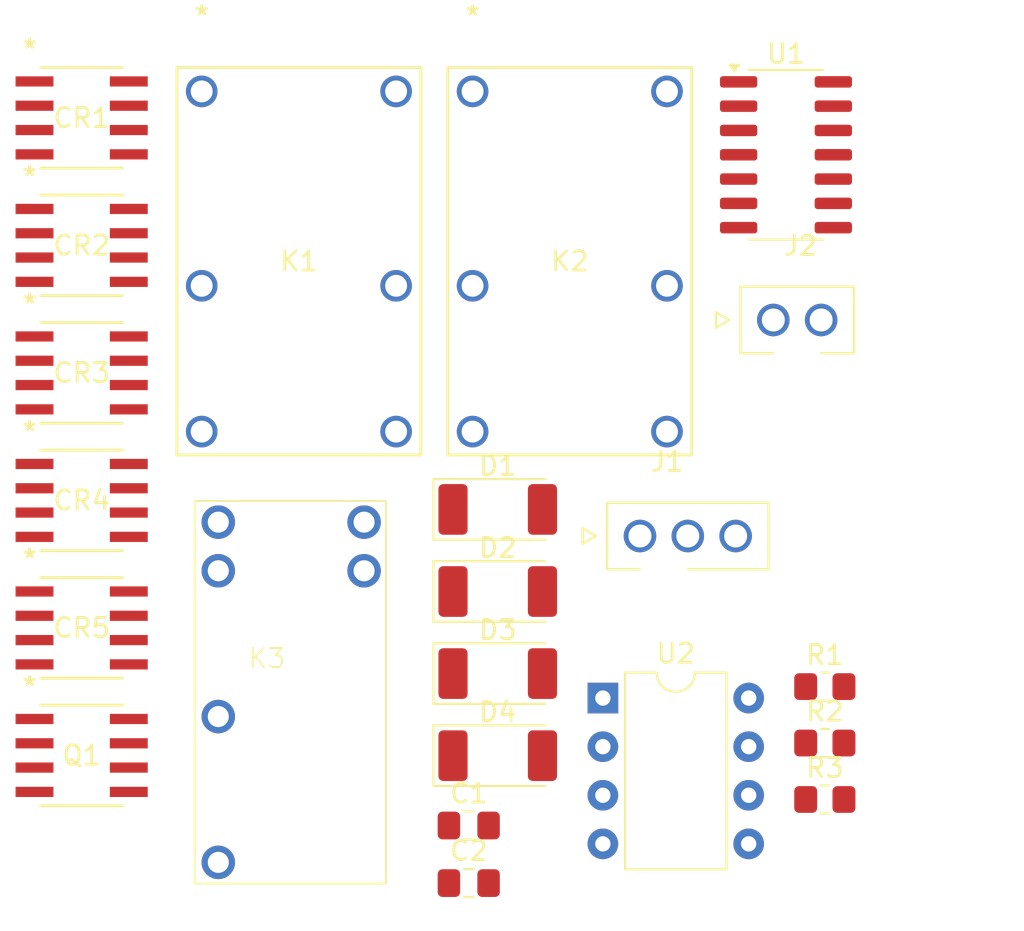
<source format=kicad_pcb>
(kicad_pcb (version 20240108) (generator "pcbnew") (generator_version "8.0")
  (layers (0 "F.Cu" signal) (31 "B.Cu" signal) (34 "B.Paste" user) (35 "F.Paste" user) (36 "B.SilkS" user "B.Silkscreen") (37 "F.SilkS" user "F.Silkscreen") (38 "B.Mask" user) (39 "F.Mask" user) (44 "Edge.Cuts" user))
  (net 0 "")
  (net 1 "GND")
  (net 2 "+5V")
  (net 3 "Net-(U2-THR)")
  (net 4 "/BMS_SW")
  (net 5 "/IMD_SW")
  (net 6 "/LATCH_SW")
  (net 7 "Net-(D3-A)")
  (net 8 "/SH_RESET")
  (net 9 "/IMD_FAULT")
  (net 10 "/IMD_Status")
  (net 11 "Net-(CR3-G)")
  (net 12 "/IMD_Latch_Delay")
  (net 15 "+12V")
  (net 16 "/BMS_FAULT")
  (net 17 "/Shutdown_ACC_IMD")
  (net 18 "/Shutdown_ACC_IL")
  (net 20 "/Shutdown_ACC_BMS")
  (net 24 "-12V")
  (footprint "Diode_SMD:D_2010_5025Metric_Pad1.52x2.65mm_HandSolder" (layer "F.Cu") (at 39.405 37.34)
    (property "Reference" "D1" (at 0 -2.28 0) (layer "F.SilkS"))
    (property "Value" "D")
    (fp_line (start -3.36 -1.585) (end -3.36 1.585) (stroke (width 0.12)) (layer "F.SilkS"))
    (fp_line (start -3.36 1.585) (end 2.5 1.585) (stroke (width 0.12)) (layer "F.SilkS"))
    (fp_line (start 2.5 -1.585) (end -3.36 -1.585) (stroke (width 0.12)) (layer "F.SilkS"))
    (pad "1" smd roundrect (at -2.3375 0) (size 1.525 2.65) (layers "F.Cu" "F.Paste" "F.Mask") (roundrect_rratio 0.163934) (net 4 "/BMS_SW"))
    (pad "2" smd roundrect (at 2.3375 0) (size 1.525 2.65) (layers "F.Cu" "F.Paste" "F.Mask") (roundrect_rratio 0.163934) (net 1 "GND"))
  )
  (footprint "Package_SO:SOIC-14_3.9x8.7mm_P1.27mm" (layer "F.Cu") (at 54.47 18.805)
    (property "Reference" "U1" (at 0 -5.28 0) (layer "F.SilkS"))
    (property "Value" "HEF4093B")
    (fp_line (start 0 -4.435) (end -1.95 -4.435) (stroke (width 0.12)) (layer "F.SilkS"))
    (fp_line (start 0 -4.435) (end 1.95 -4.435) (stroke (width 0.12)) (layer "F.SilkS"))
    (fp_line (start 0 4.435) (end -1.95 4.435) (stroke (width 0.12)) (layer "F.SilkS"))
    (fp_line (start 0 4.435) (end 1.95 4.435) (stroke (width 0.12)) (layer "F.SilkS"))
    (fp_poly (pts (xy -2.7 -4.37) (xy -2.94 -4.7) (xy -2.46 -4.7) (xy -2.7 -4.37)) (stroke (width 0.12)) (fill solid) (layer "F.SilkS"))
    (pad "1" smd roundrect (at -2.475 -3.81) (size 1.95 0.6) (layers "F.Cu" "F.Paste" "F.Mask") (net 2 "+5V"))
    (pad "2" smd roundrect (at -2.475 -2.54) (size 1.95 0.6) (layers "F.Cu" "F.Paste" "F.Mask") (net 2 "+5V"))
    (pad "3" smd roundrect (at -2.475 -1.27) (size 1.95 0.6) (layers "F.Cu" "F.Paste" "F.Mask") (net 11 "Net-(CR3-G)"))
    (pad "4" smd roundrect (at -2.475 0) (size 1.95 0.6) (layers "F.Cu" "F.Paste" "F.Mask"))
    (pad "5" smd roundrect (at -2.475 1.27) (size 1.95 0.6) (layers "F.Cu" "F.Paste" "F.Mask"))
    (pad "6" smd roundrect (at -2.475 2.54) (size 1.95 0.6) (layers "F.Cu" "F.Paste" "F.Mask"))
    (pad "7" smd roundrect (at -2.475 3.81) (size 1.95 0.6) (layers "F.Cu" "F.Paste" "F.Mask") (net 1 "GND"))
    (pad "8" smd roundrect (at 2.475 3.81) (size 1.95 0.6) (layers "F.Cu" "F.Paste" "F.Mask"))
    (pad "9" smd roundrect (at 2.475 2.54) (size 1.95 0.6) (layers "F.Cu" "F.Paste" "F.Mask"))
    (pad "10" smd roundrect (at 2.475 1.27) (size 1.95 0.6) (layers "F.Cu" "F.Paste" "F.Mask"))
    (pad "11" smd roundrect (at 2.475 0) (size 1.95 0.6) (layers "F.Cu" "F.Paste" "F.Mask"))
    (pad "12" smd roundrect (at 2.475 -1.27) (size 1.95 0.6) (layers "F.Cu" "F.Paste" "F.Mask"))
    (pad "13" smd roundrect (at 2.475 -2.54) (size 1.95 0.6) (layers "F.Cu" "F.Paste" "F.Mask"))
    (pad "14" smd roundrect (at 2.475 -3.81) (size 1.95 0.6) (layers "F.Cu" "F.Paste" "F.Mask") (net 2 "+5V"))
  )
  (footprint "Resistor_SMD:R_0805_2012Metric_Pad1.20x1.40mm_HandSolder" (layer "F.Cu") (at 56.5 46.6)
    (property "Reference" "R1" (at 0 -1.65 0) (layer "F.SilkS"))
    (property "Value" "1.6k")
    (fp_line (start -0.227064 -0.735) (end 0.227064 -0.735) (stroke (width 0.12)) (layer "F.SilkS"))
    (fp_line (start -0.227064 0.735) (end 0.227064 0.735) (stroke (width 0.12)) (layer "F.SilkS"))
    (pad "1" smd roundrect (at -1 0) (size 1.2 1.4) (layers "F.Cu" "F.Paste" "F.Mask") (roundrect_rratio 0.208333) (net 10 "/IMD_Status"))
    (pad "2" smd roundrect (at 1 0) (size 1.2 1.4) (layers "F.Cu" "F.Paste" "F.Mask") (roundrect_rratio 0.208333) (net 9 "/IMD_FAULT"))
  )
  (footprint "1FS_2_Global_Footprint_Library:MOLEX_1053091202" (layer "F.Cu") (at 53.8085 27.44)
    (property "Reference" "J2" (at 1.425 -3.885 0) (layer "F.SilkS"))
    (property "Value" "Shutdown IL")
    (fp_line (start -3 -0.4) (end -3 0.4) (stroke (width 0.127)) (layer "F.SilkS"))
    (fp_line (start -3 0.4) (end -2.3 0) (stroke (width 0.127)) (layer "F.SilkS"))
    (fp_line (start -2.3 0) (end -3 -0.4) (stroke (width 0.127)) (layer "F.SilkS"))
    (fp_line (start -1.72 -1.74) (end 4.22 -1.74) (stroke (width 0.127)) (layer "F.SilkS"))
    (fp_line (start -1.72 1.74) (end -1.72 -1.74) (stroke (width 0.127)) (layer "F.SilkS"))
    (fp_line (start 0 1.74) (end -1.72 1.74) (stroke (width 0.127)) (layer "F.SilkS"))
    (fp_line (start 4.22 -1.74) (end 4.22 1.74) (stroke (width 0.127)) (layer "F.SilkS"))
    (fp_line (start 4.22 1.74) (end 2.5 1.74) (stroke (width 0.127)) (layer "F.SilkS"))
    (pad "" np_thru_hole circle (at 1.25 1.34) (size 1.3 1.3) (drill 1.3) (layers "*.Cu" "*.Mask"))
    (pad "1" thru_hole circle (at 0 0) (size 1.7 1.7) (drill 1.2) (layers "*.Cu") (net 17 "/Shutdown_ACC_IMD"))
    (pad "2" thru_hole circle (at 2.5 0) (size 1.7 1.7) (drill 1.2) (layers "*.Cu") (net 18 "/Shutdown_ACC_IL"))
  )
  (footprint "Diode_SMD:D_2010_5025Metric_Pad1.52x2.65mm_HandSolder" (layer "F.Cu") (at 39.405 45.92)
    (property "Reference" "D3" (at 0 -2.28 0) (layer "F.SilkS"))
    (property "Value" "D")
    (fp_line (start -3.36 -1.585) (end -3.36 1.585) (stroke (width 0.12)) (layer "F.SilkS"))
    (fp_line (start -3.36 1.585) (end 2.5 1.585) (stroke (width 0.12)) (layer "F.SilkS"))
    (fp_line (start 2.5 -1.585) (end -3.36 -1.585) (stroke (width 0.12)) (layer "F.SilkS"))
    (pad "1" smd roundrect (at -2.3375 0) (size 1.525 2.65) (layers "F.Cu" "F.Paste" "F.Mask") (roundrect_rratio 0.163934) (net 6 "/LATCH_SW"))
    (pad "2" smd roundrect (at 2.3375 0) (size 1.525 2.65) (layers "F.Cu" "F.Paste" "F.Mask") (roundrect_rratio 0.163934) (net 7 "Net-(D3-A)"))
  )
  (footprint "Package_DIP:DIP-8_W7.62mm" (layer "F.Cu") (at 44.9 47.2)
    (property "Reference" "U2" (at 3.81 -2.33 0) (layer "F.SilkS"))
    (property "Value" "LM555N")
    (fp_line (start 1.16 -1.33) (end 1.16 8.95) (stroke (width 0.12)) (layer "F.SilkS"))
    (fp_line (start 1.16 8.95) (end 6.46 8.95) (stroke (width 0.12)) (layer "F.SilkS"))
    (fp_line (start 2.81 -1.33) (end 1.16 -1.33) (stroke (width 0.12)) (layer "F.SilkS"))
    (fp_line (start 6.46 -1.33) (end 4.81 -1.33) (stroke (width 0.12)) (layer "F.SilkS"))
    (fp_line (start 6.46 8.95) (end 6.46 -1.33) (stroke (width 0.12)) (layer "F.SilkS"))
    (fp_arc (start 4.81 -1.33) (mid 3.81 -0.33) (end 2.81 -1.33) (stroke (width 0.12)) (layer "F.SilkS"))
    (pad "1" thru_hole rect (at 0 0) (size 1.6 1.6) (drill 0.8) (layers "*.Cu" "*.Mask") (net 1 "GND"))
    (pad "2" thru_hole oval (at 0 2.54) (size 1.6 1.6) (drill 0.8) (layers "*.Cu" "*.Mask") (net 3 "Net-(U2-THR)"))
    (pad "3" thru_hole oval (at 0 5.08) (size 1.6 1.6) (drill 0.8) (layers "*.Cu" "*.Mask") (net 12 "/IMD_Latch_Delay"))
    (pad "4" thru_hole oval (at 0 7.62) (size 1.6 1.6) (drill 0.8) (layers "*.Cu" "*.Mask") (net 2 "+5V"))
    (pad "5" thru_hole oval (at 7.62 7.62) (size 1.6 1.6) (drill 0.8) (layers "*.Cu" "*.Mask"))
    (pad "6" thru_hole oval (at 7.62 5.08) (size 1.6 1.6) (drill 0.8) (layers "*.Cu" "*.Mask") (net 3 "Net-(U2-THR)"))
    (pad "7" thru_hole oval (at 7.62 2.54) (size 1.6 1.6) (drill 0.8) (layers "*.Cu" "*.Mask"))
    (pad "8" thru_hole oval (at 7.62 0) (size 1.6 1.6) (drill 0.8) (layers "*.Cu" "*.Mask") (net 2 "+5V"))
  )
  (footprint "Diode_SMD:D_2010_5025Metric_Pad1.52x2.65mm_HandSolder" (layer "F.Cu") (at 39.405 41.63)
    (property "Reference" "D2" (at 0 -2.28 0) (layer "F.SilkS"))
    (property "Value" "D")
    (fp_line (start -3.36 -1.585) (end -3.36 1.585) (stroke (width 0.12)) (layer "F.SilkS"))
    (fp_line (start -3.36 1.585) (end 2.5 1.585) (stroke (width 0.12)) (layer "F.SilkS"))
    (fp_line (start 2.5 -1.585) (end -3.36 -1.585) (stroke (width 0.12)) (layer "F.SilkS"))
    (pad "1" smd roundrect (at -2.3375 0) (size 1.525 2.65) (layers "F.Cu" "F.Paste" "F.Mask") (roundrect_rratio 0.163934) (net 5 "/IMD_SW"))
    (pad "2" smd roundrect (at 2.3375 0) (size 1.525 2.65) (layers "F.Cu" "F.Paste" "F.Mask") (roundrect_rratio 0.163934) (net 1 "GND"))
  )
  (footprint "Capacitor_SMD:C_0805_2012Metric_Pad1.18x1.45mm_HandSolder" (layer "F.Cu") (at 37.89 53.86)
    (property "Reference" "C1" (at 0 -1.68 0) (layer "F.SilkS"))
    (property "Value" "100nf")
    (fp_line (start -0.261252 -0.735) (end 0.261252 -0.735) (stroke (width 0.12)) (layer "F.SilkS"))
    (fp_line (start -0.261252 0.735) (end 0.261252 0.735) (stroke (width 0.12)) (layer "F.SilkS"))
    (pad "1" smd roundrect (at -1.0375 0) (size 1.175 1.45) (layers "F.Cu" "F.Paste" "F.Mask") (roundrect_rratio 0.212766) (net 1 "GND"))
    (pad "2" smd roundrect (at 1.0375 0) (size 1.175 1.45) (layers "F.Cu" "F.Paste" "F.Mask") (roundrect_rratio 0.212766) (net 2 "+5V"))
  )
  (footprint "1FS_2_Global_Footprint_Library:MOLEX_1053091203" (layer "F.Cu") (at 46.8385 38.73)
    (property "Reference" "J1" (at 1.425 -3.885 0) (layer "F.SilkS"))
    (property "Value" "IMD")
    (fp_line (start -3 -0.4) (end -3 0.4) (stroke (width 0.127)) (layer "F.SilkS"))
    (fp_line (start -3 0.4) (end -2.3 0) (stroke (width 0.127)) (layer "F.SilkS"))
    (fp_line (start -2.3 0) (end -3 -0.4) (stroke (width 0.127)) (layer "F.SilkS"))
    (fp_line (start -1.72 -1.74) (end 6.72 -1.74) (stroke (width 0.127)) (layer "F.SilkS"))
    (fp_line (start -1.72 1.74) (end -1.72 -1.74) (stroke (width 0.127)) (layer "F.SilkS"))
    (fp_line (start 0 1.74) (end -1.72 1.74) (stroke (width 0.127)) (layer "F.SilkS"))
    (fp_line (start 6.72 -1.74) (end 6.72 1.74) (stroke (width 0.127)) (layer "F.SilkS"))
    (fp_line (start 6.72 1.74) (end 2.5 1.74) (stroke (width 0.127)) (layer "F.SilkS"))
    (pad "" np_thru_hole circle (at 1.25 1.34) (size 1.3 1.3) (drill 1.3) (layers "*.Cu" "*.Mask"))
    (pad "1" thru_hole circle (at 0 0) (size 1.7 1.7) (drill 1.2) (layers "*.Cu") (net 9 "/IMD_FAULT"))
    (pad "2" thru_hole circle (at 2.5 0) (size 1.7 1.7) (drill 1.2) (layers "*.Cu") (net 15 "+12V"))
    (pad "3" thru_hole circle (at 5 0) (size 1.7 1.7) (drill 1.2) (layers "*.Cu") (net 1 "GND"))
  )
  (footprint "1FS_2_Global_Footprint_Library:SO-8_STM" (layer "F.Cu") (at 17.6596 50.1981)
    (property "Reference" "Q1" (at 0 0 0) (layer "F.SilkS"))
    (property "Value" "STS6NF20V")
    (fp_line (start -2.1336 2.6289) (end 2.1336 2.6289) (stroke (width 0.1524)) (layer "F.SilkS"))
    (fp_line (start 2.1336 -2.6289) (end -2.1336 -2.6289) (stroke (width 0.1524)) (layer "F.SilkS"))
    (fp_text user "*" (at -2.7178 -3.5814 0) (layer "F.SilkS"))
    (fp_text user "*" (at -2.7178 -3.5814 0) (layer "F.SilkS"))
    (pad "1" smd rect (at -2.4638 -1.905) (size 1.9812 0.5334) (layers "F.Cu" "F.Paste" "F.Mask") (net 1 "GND"))
    (pad "2" smd rect (at -2.4638 -0.635) (size 1.9812 0.5334) (layers "F.Cu" "F.Paste" "F.Mask") (net 1 "GND"))
    (pad "3" smd rect (at -2.4638 0.635) (size 1.9812 0.5334) (layers "F.Cu" "F.Paste" "F.Mask") (net 1 "GND"))
    (pad "4" smd rect (at -2.4638 1.905) (size 1.9812 0.5334) (layers "F.Cu" "F.Paste" "F.Mask") (net 12 "/IMD_Latch_Delay"))
    (pad "5" smd rect (at 2.4638 1.905) (size 1.9812 0.5334) (layers "F.Cu" "F.Paste" "F.Mask") (net 7 "Net-(D3-A)"))
    (pad "6" smd rect (at 2.4638 0.635) (size 1.9812 0.5334) (layers "F.Cu" "F.Paste" "F.Mask") (net 7 "Net-(D3-A)"))
    (pad "7" smd rect (at 2.4638 -0.635) (size 1.9812 0.5334) (layers "F.Cu" "F.Paste" "F.Mask") (net 7 "Net-(D3-A)"))
    (pad "8" smd rect (at 2.4638 -1.905) (size 1.9812 0.5334) (layers "F.Cu" "F.Paste" "F.Mask") (net 7 "Net-(D3-A)"))
  )
  (footprint "1FS_2_Global_Footprint_Library:SO-8_STM" (layer "F.Cu") (at 17.6596 36.8697)
    (property "Reference" "CR4" (at 0 0 0) (layer "F.SilkS"))
    (property "Value" "STS6NF20V")
    (fp_line (start -2.1336 2.6289) (end 2.1336 2.6289) (stroke (width 0.1524)) (layer "F.SilkS"))
    (fp_line (start 2.1336 -2.6289) (end -2.1336 -2.6289) (stroke (width 0.1524)) (layer "F.SilkS"))
    (fp_text user "*" (at -2.7178 -3.5814 0) (layer "F.SilkS"))
    (fp_text user "*" (at -2.7178 -3.5814 0) (layer "F.SilkS"))
    (pad "1" smd rect (at -2.4638 -1.905) (size 1.9812 0.5334) (layers "F.Cu" "F.Paste" "F.Mask") (net 2 "+5V"))
    (pad "2" smd rect (at -2.4638 -0.635) (size 1.9812 0.5334) (layers "F.Cu" "F.Paste" "F.Mask") (net 2 "+5V"))
    (pad "3" smd rect (at -2.4638 0.635) (size 1.9812 0.5334) (layers "F.Cu" "F.Paste" "F.Mask") (net 2 "+5V"))
    (pad "4" smd rect (at -2.4638 1.905) (size 1.9812 0.5334) (layers "F.Cu" "F.Paste" "F.Mask") (net 16 "/BMS_FAULT"))
    (pad "5" smd rect (at 2.4638 1.905) (size 1.9812 0.5334) (layers "F.Cu" "F.Paste" "F.Mask") (net 2 "+5V"))
    (pad "6" smd rect (at 2.4638 0.635) (size 1.9812 0.5334) (layers "F.Cu" "F.Paste" "F.Mask") (net 2 "+5V"))
    (pad "7" smd rect (at 2.4638 -0.635) (size 1.9812 0.5334) (layers "F.Cu" "F.Paste" "F.Mask") (net 2 "+5V"))
    (pad "8" smd rect (at 2.4638 -1.905) (size 1.9812 0.5334) (layers "F.Cu" "F.Paste" "F.Mask") (net 2 "+5V"))
  )
  (footprint "1FS_2_Global_Footprint_Library:RELAY_DK2A_PAN" (layer "F.Cu") (at 23.9336 15.4928)
    (property "Reference" "K1" (at 5.08 8.8773 0) (layer "F.SilkS"))
    (property "Value" "DK1A1B-12V")
    (fp_line (start -1.2954 -1.2446) (end -1.2954 18.9992) (stroke (width 0.1524)) (layer "F.SilkS"))
    (fp_line (start -1.2954 18.9992) (end 11.4554 18.9992) (stroke (width 0.1524)) (layer "F.SilkS"))
    (fp_line (start 11.4554 -1.2446) (end -1.2954 -1.2446) (stroke (width 0.1524)) (layer "F.SilkS"))
    (fp_line (start 11.4554 18.9992) (end 11.4554 -1.2446) (stroke (width 0.1524)) (layer "F.SilkS"))
    (fp_text user "*" (at 0 -3.928533 0) (layer "F.SilkS"))
    (fp_text user "*" (at 0 -3.928533 0) (layer "F.SilkS"))
    (pad "1" thru_hole circle (at 0 0) (size 1.651 1.651) (drill 1.143) (layers "*.Cu" "*.Mask") (net 1 "GND"))
    (pad "3" thru_hole circle (at 0 10.16) (size 1.651 1.651) (drill 1.143) (layers "*.Cu" "*.Mask") (net 15 "+12V"))
    (pad "4" thru_hole circle (at 0 17.78) (size 1.651 1.651) (drill 1.143) (layers "*.Cu" "*.Mask") (net 20 "/Shutdown_ACC_BMS"))
    (pad "5" thru_hole circle (at 10.16 17.78) (size 1.651 1.651) (drill 1.143) (layers "*.Cu" "*.Mask"))
    (pad "6" thru_hole circle (at 10.16 10.16) (size 1.651 1.651) (drill 1.143) (layers "*.Cu" "*.Mask"))
    (pad "8" thru_hole circle (at 10.16 0) (size 1.651 1.651) (drill 1.143) (layers "*.Cu" "*.Mask") (net 4 "/BMS_SW"))
  )
  (footprint "1FS_2_Global_Footprint_Library:SO-8_STM" (layer "F.Cu") (at 17.6596 43.5339)
    (property "Reference" "CR5" (at 0 0 0) (layer "F.SilkS"))
    (property "Value" "STS6NF20V")
    (fp_line (start -2.1336 2.6289) (end 2.1336 2.6289) (stroke (width 0.1524)) (layer "F.SilkS"))
    (fp_line (start 2.1336 -2.6289) (end -2.1336 -2.6289) (stroke (width 0.1524)) (layer "F.SilkS"))
    (fp_text user "*" (at -2.7178 -3.5814 0) (layer "F.SilkS"))
    (fp_text user "*" (at -2.7178 -3.5814 0) (layer "F.SilkS"))
    (pad "1" smd rect (at -2.4638 -1.905) (size 1.9812 0.5334) (layers "F.Cu" "F.Paste" "F.Mask") (net 2 "+5V"))
    (pad "2" smd rect (at -2.4638 -0.635) (size 1.9812 0.5334) (layers "F.Cu" "F.Paste" "F.Mask") (net 2 "+5V"))
    (pad "3" smd rect (at -2.4638 0.635) (size 1.9812 0.5334) (layers "F.Cu" "F.Paste" "F.Mask") (net 2 "+5V"))
    (pad "4" smd rect (at -2.4638 1.905) (size 1.9812 0.5334) (layers "F.Cu" "F.Paste" "F.Mask") (net 9 "/IMD_FAULT"))
    (pad "5" smd rect (at 2.4638 1.905) (size 1.9812 0.5334) (layers "F.Cu" "F.Paste" "F.Mask") (net 2 "+5V"))
    (pad "6" smd rect (at 2.4638 0.635) (size 1.9812 0.5334) (layers "F.Cu" "F.Paste" "F.Mask") (net 2 "+5V"))
    (pad "7" smd rect (at 2.4638 -0.635) (size 1.9812 0.5334) (layers "F.Cu" "F.Paste" "F.Mask") (net 2 "+5V"))
    (pad "8" smd rect (at 2.4638 -1.905) (size 1.9812 0.5334) (layers "F.Cu" "F.Paste" "F.Mask") (net 2 "+5V"))
  )
  (footprint "1FS_2_Global_Footprint_Library:SO-8_STM" (layer "F.Cu") (at 17.6596 16.8771)
    (property "Reference" "CR1" (at 0 0 0) (layer "F.SilkS"))
    (property "Value" "STS6NF20V")
    (fp_line (start -2.1336 2.6289) (end 2.1336 2.6289) (stroke (width 0.1524)) (layer "F.SilkS"))
    (fp_line (start 2.1336 -2.6289) (end -2.1336 -2.6289) (stroke (width 0.1524)) (layer "F.SilkS"))
    (fp_text user "*" (at -2.7178 -3.5814 0) (layer "F.SilkS"))
    (fp_text user "*" (at -2.7178 -3.5814 0) (layer "F.SilkS"))
    (pad "1" smd rect (at -2.4638 -1.905) (size 1.9812 0.5334) (layers "F.Cu" "F.Paste" "F.Mask") (net 5 "/IMD_SW"))
    (pad "2" smd rect (at -2.4638 -0.635) (size 1.9812 0.5334) (layers "F.Cu" "F.Paste" "F.Mask") (net 5 "/IMD_SW"))
    (pad "3" smd rect (at -2.4638 0.635) (size 1.9812 0.5334) (layers "F.Cu" "F.Paste" "F.Mask") (net 5 "/IMD_SW"))
    (pad "4" smd rect (at -2.4638 1.905) (size 1.9812 0.5334) (layers "F.Cu" "F.Paste" "F.Mask") (net 2 "+5V"))
    (pad "5" smd rect (at 2.4638 1.905) (size 1.9812 0.5334) (layers "F.Cu" "F.Paste" "F.Mask") (net 15 "+12V"))
    (pad "6" smd rect (at 2.4638 0.635) (size 1.9812 0.5334) (layers "F.Cu" "F.Paste" "F.Mask") (net 15 "+12V"))
    (pad "7" smd rect (at 2.4638 -0.635) (size 1.9812 0.5334) (layers "F.Cu" "F.Paste" "F.Mask") (net 15 "+12V"))
    (pad "8" smd rect (at 2.4638 -1.905) (size 1.9812 0.5334) (layers "F.Cu" "F.Paste" "F.Mask") (net 15 "+12V"))
  )
  (footprint "Resistor_SMD:R_0805_2012Metric_Pad1.20x1.40mm_HandSolder" (layer "F.Cu") (at 56.5 49.55)
    (property "Reference" "R2" (at 0 -1.65 0) (layer "F.SilkS"))
    (property "Value" "560")
    (fp_line (start -0.227064 -0.735) (end 0.227064 -0.735) (stroke (width 0.12)) (layer "F.SilkS"))
    (fp_line (start -0.227064 0.735) (end 0.227064 0.735) (stroke (width 0.12)) (layer "F.SilkS"))
    (pad "1" smd roundrect (at -1 0) (size 1.2 1.4) (layers "F.Cu" "F.Paste" "F.Mask") (roundrect_rratio 0.208333) (net 1 "GND"))
    (pad "2" smd roundrect (at 1 0) (size 1.2 1.4) (layers "F.Cu" "F.Paste" "F.Mask") (roundrect_rratio 0.208333) (net 10 "/IMD_Status"))
  )
  (footprint "1FS_2_Global_Footprint_Library:SO-8_STM" (layer "F.Cu") (at 17.6596 23.5413)
    (property "Reference" "CR2" (at 0 0 0) (layer "F.SilkS"))
    (property "Value" "STS6NF20V")
    (fp_line (start -2.1336 2.6289) (end 2.1336 2.6289) (stroke (width 0.1524)) (layer "F.SilkS"))
    (fp_line (start 2.1336 -2.6289) (end -2.1336 -2.6289) (stroke (width 0.1524)) (layer "F.SilkS"))
    (fp_text user "*" (at -2.7178 -3.5814 0) (layer "F.SilkS"))
    (fp_text user "*" (at -2.7178 -3.5814 0) (layer "F.SilkS"))
    (pad "1" smd rect (at -2.4638 -1.905) (size 1.9812 0.5334) (layers "F.Cu" "F.Paste" "F.Mask") (net 4 "/BMS_SW"))
    (pad "2" smd rect (at -2.4638 -0.635) (size 1.9812 0.5334) (layers "F.Cu" "F.Paste" "F.Mask") (net 4 "/BMS_SW"))
    (pad "3" smd rect (at -2.4638 0.635) (size 1.9812 0.5334) (layers "F.Cu" "F.Paste" "F.Mask") (net 4 "/BMS_SW"))
    (pad "4" smd rect (at -2.4638 1.905) (size 1.9812 0.5334) (layers "F.Cu" "F.Paste" "F.Mask") (net 2 "+5V"))
    (pad "5" smd rect (at 2.4638 1.905) (size 1.9812 0.5334) (layers "F.Cu" "F.Paste" "F.Mask") (net 15 "+12V"))
    (pad "6" smd rect (at 2.4638 0.635) (size 1.9812 0.5334) (layers "F.Cu" "F.Paste" "F.Mask") (net 15 "+12V"))
    (pad "7" smd rect (at 2.4638 -0.635) (size 1.9812 0.5334) (layers "F.Cu" "F.Paste" "F.Mask") (net 15 "+12V"))
    (pad "8" smd rect (at 2.4638 -1.905) (size 1.9812 0.5334) (layers "F.Cu" "F.Paste" "F.Mask") (net 15 "+12V"))
  )
  (footprint "Resistor_SMD:R_0805_2012Metric_Pad1.20x1.40mm_HandSolder" (layer "F.Cu") (at 56.5 52.5)
    (property "Reference" "R3" (at 0 -1.65 0) (layer "F.SilkS"))
    (property "Value" "2.4M")
    (fp_line (start -0.227064 -0.735) (end 0.227064 -0.735) (stroke (width 0.12)) (layer "F.SilkS"))
    (fp_line (start -0.227064 0.735) (end 0.227064 0.735) (stroke (width 0.12)) (layer "F.SilkS"))
    (pad "1" smd roundrect (at -1 0) (size 1.2 1.4) (layers "F.Cu" "F.Paste" "F.Mask") (roundrect_rratio 0.208333) (net 3 "Net-(U2-THR)"))
    (pad "2" smd roundrect (at 1 0) (size 1.2 1.4) (layers "F.Cu" "F.Paste" "F.Mask") (roundrect_rratio 0.208333) (net 1 "GND"))
  )
  (footprint "Diode_SMD:D_2010_5025Metric_Pad1.52x2.65mm_HandSolder" (layer "F.Cu") (at 39.405 50.21)
    (property "Reference" "D4" (at 0 -2.28 0) (layer "F.SilkS"))
    (property "Value" "D")
    (fp_line (start -3.36 -1.585) (end -3.36 1.585) (stroke (width 0.12)) (layer "F.SilkS"))
    (fp_line (start -3.36 1.585) (end 2.5 1.585) (stroke (width 0.12)) (layer "F.SilkS"))
    (fp_line (start 2.5 -1.585) (end -3.36 -1.585) (stroke (width 0.12)) (layer "F.SilkS"))
    (pad "1" smd roundrect (at -2.3375 0) (size 1.525 2.65) (layers "F.Cu" "F.Paste" "F.Mask") (roundrect_rratio 0.163934) (net 8 "/SH_RESET"))
    (pad "2" smd roundrect (at 2.3375 0) (size 1.525 2.65) (layers "F.Cu" "F.Paste" "F.Mask") (roundrect_rratio 0.163934) (net 1 "GND"))
  )
  (footprint "1FS_2_Global_Footprint_Library:SO-8_STM" (layer "F.Cu") (at 17.6596 30.2055)
    (property "Reference" "CR3" (at 0 0 0) (layer "F.SilkS"))
    (property "Value" "STS6NF20V")
    (fp_line (start -2.1336 2.6289) (end 2.1336 2.6289) (stroke (width 0.1524)) (layer "F.SilkS"))
    (fp_line (start 2.1336 -2.6289) (end -2.1336 -2.6289) (stroke (width 0.1524)) (layer "F.SilkS"))
    (fp_text user "*" (at -2.7178 -3.5814 0) (layer "F.SilkS"))
    (fp_text user "*" (at -2.7178 -3.5814 0) (layer "F.SilkS"))
    (pad "1" smd rect (at -2.4638 -1.905) (size 1.9812 0.5334) (layers "F.Cu" "F.Paste" "F.Mask") (net 6 "/LATCH_SW"))
    (pad "2" smd rect (at -2.4638 -0.635) (size 1.9812 0.5334) (layers "F.Cu" "F.Paste" "F.Mask") (net 6 "/LATCH_SW"))
    (pad "3" smd rect (at -2.4638 0.635) (size 1.9812 0.5334) (layers "F.Cu" "F.Paste" "F.Mask") (net 6 "/LATCH_SW"))
    (pad "4" smd rect (at -2.4638 1.905) (size 1.9812 0.5334) (layers "F.Cu" "F.Paste" "F.Mask") (net 11 "Net-(CR3-G)"))
    (pad "5" smd rect (at 2.4638 1.905) (size 1.9812 0.5334) (layers "F.Cu" "F.Paste" "F.Mask") (net 15 "+12V"))
    (pad "6" smd rect (at 2.4638 0.635) (size 1.9812 0.5334) (layers "F.Cu" "F.Paste" "F.Mask") (net 15 "+12V"))
    (pad "7" smd rect (at 2.4638 -0.635) (size 1.9812 0.5334) (layers "F.Cu" "F.Paste" "F.Mask") (net 15 "+12V"))
    (pad "8" smd rect (at 2.4638 -1.905) (size 1.9812 0.5334) (layers "F.Cu" "F.Paste" "F.Mask") (net 15 "+12V"))
  )
  (footprint "Capacitor_SMD:C_0805_2012Metric_Pad1.18x1.45mm_HandSolder" (layer "F.Cu") (at 37.89 56.87)
    (property "Reference" "C2" (at 0 -1.68 0) (layer "F.SilkS"))
    (property "Value" "1uf")
    (fp_line (start -0.261252 -0.735) (end 0.261252 -0.735) (stroke (width 0.12)) (layer "F.SilkS"))
    (fp_line (start -0.261252 0.735) (end 0.261252 0.735) (stroke (width 0.12)) (layer "F.SilkS"))
    (pad "1" smd roundrect (at -1.0375 0) (size 1.175 1.45) (layers "F.Cu" "F.Paste" "F.Mask") (roundrect_rratio 0.212766) (net 2 "+5V"))
    (pad "2" smd roundrect (at 1.0375 0) (size 1.175 1.45) (layers "F.Cu" "F.Paste" "F.Mask") (roundrect_rratio 0.212766) (net 3 "Net-(U2-THR)"))
  )
  (footprint "1FS_2_Global_Footprint_Library:RELAY_DK2A_PAN" (layer "F.Cu") (at 38.0908 15.4928)
    (property "Reference" "K2" (at 5.08 8.8773 0) (layer "F.SilkS"))
    (property "Value" "DK1A1B-12V")
    (fp_line (start -1.2954 -1.2446) (end -1.2954 18.9992) (stroke (width 0.1524)) (layer "F.SilkS"))
    (fp_line (start -1.2954 18.9992) (end 11.4554 18.9992) (stroke (width 0.1524)) (layer "F.SilkS"))
    (fp_line (start 11.4554 -1.2446) (end -1.2954 -1.2446) (stroke (width 0.1524)) (layer "F.SilkS"))
    (fp_line (start 11.4554 18.9992) (end 11.4554 -1.2446) (stroke (width 0.1524)) (layer "F.SilkS"))
    (fp_text user "*" (at 0 -3.928533 0) (layer "F.SilkS"))
    (fp_text user "*" (at 0 -3.928533 0) (layer "F.SilkS"))
    (pad "1" thru_hole circle (at 0 0) (size 1.651 1.651) (drill 1.143) (layers "*.Cu" "*.Mask") (net 1 "GND"))
    (pad "3" thru_hole circle (at 0 10.16) (size 1.651 1.651) (drill 1.143) (layers "*.Cu" "*.Mask") (net 20 "/Shutdown_ACC_BMS"))
    (pad "4" thru_hole circle (at 0 17.78) (size 1.651 1.651) (drill 1.143) (layers "*.Cu" "*.Mask") (net 17 "/Shutdown_ACC_IMD"))
    (pad "5" thru_hole circle (at 10.16 17.78) (size 1.651 1.651) (drill 1.143) (layers "*.Cu" "*.Mask"))
    (pad "6" thru_hole circle (at 10.16 10.16) (size 1.651 1.651) (drill 1.143) (layers "*.Cu" "*.Mask"))
    (pad "8" thru_hole circle (at 10.16 0) (size 1.651 1.651) (drill 1.143) (layers "*.Cu" "*.Mask") (net 5 "/IMD_SW"))
  )
  (footprint "1FS_2_Global_Footprint_Library:Omron G6BK-1114P-US" (layer "F.Cu") (at 27.34 45.626)
    (property "Reference" "K3" (at 0 -0.5 0) (layer "F.SilkS") (effects (font (thickness 0.1))))
    (property "Value" "G6BK-1114P-US")
    (fp_rect (start -3.777 11.27) (end 6.223 -8.73) (stroke (width 0.1)) (fill none) (layer "F.SilkS"))
    (pad "1" thru_hole circle (at -2.54 -7.62) (size 1.75 1.75) (drill 1.1) (layers "*.Cu" "*.Mask") (net 1 "GND"))
    (pad "2" thru_hole circle (at -2.54 -5.08) (size 1.75 1.75) (drill 1.1) (layers "*.Cu" "*.Mask") (net 7 "Net-(D3-A)"))
    (pad "3" thru_hole circle (at -2.54 2.54) (size 1.75 1.75) (drill 1.1) (layers "*.Cu" "*.Mask") (net 24 "-12V"))
    (pad "4" thru_hole circle (at -2.54 10.16) (size 1.75 1.75) (drill 1.1) (layers "*.Cu" "*.Mask") (net 18 "/Shutdown_ACC_IL"))
    (pad "5" thru_hole circle (at 5.08 -5.08) (size 1.75 1.75) (drill 1.1) (layers "*.Cu" "*.Mask") (net 6 "/LATCH_SW"))
    (pad "6" thru_hole circle (at 5.08 -7.62) (size 1.75 1.75) (drill 1.1) (layers "*.Cu" "*.Mask") (net 8 "/SH_RESET"))
  )
)
</source>
